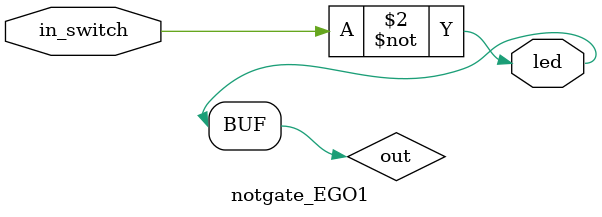
<source format=v>
module notgate_EGO1(
    input wire in_switch,
    output wire led
);

    reg out;

    always @(*) begin
        out = ~in_switch;
    end

    assign led = out;

endmodule
</source>
